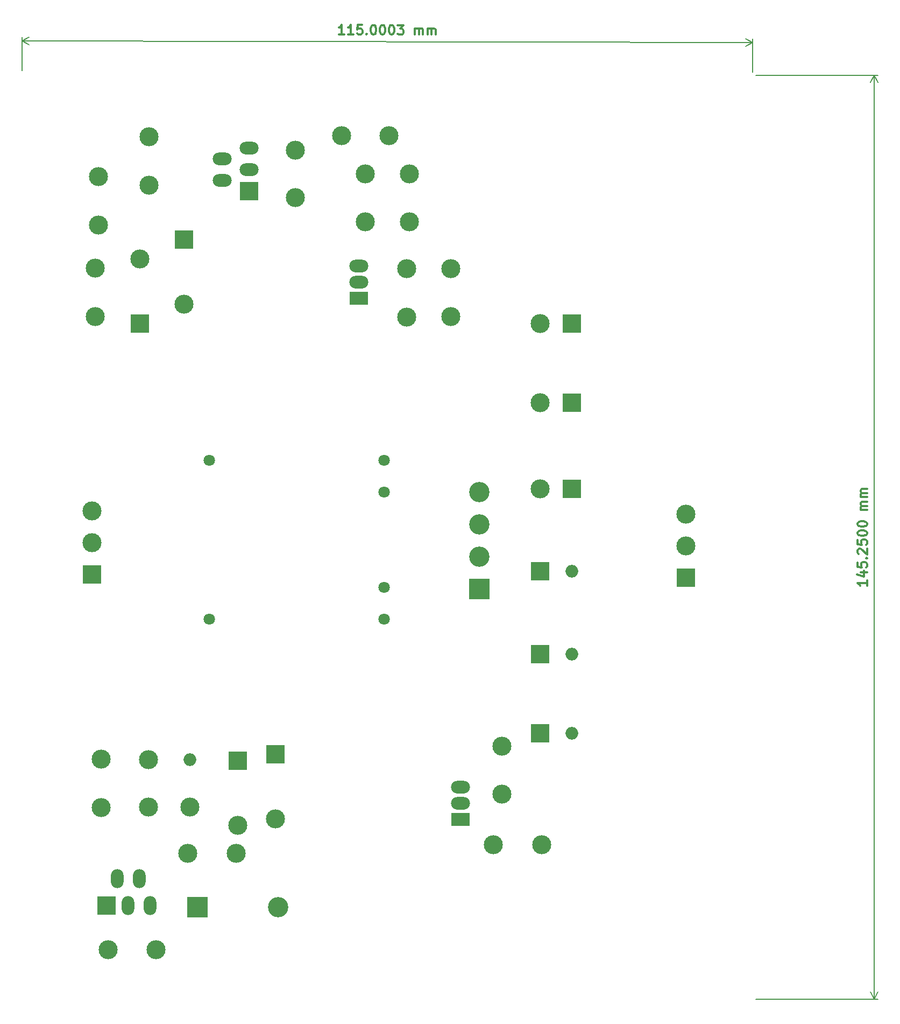
<source format=gbr>
%TF.GenerationSoftware,KiCad,Pcbnew,8.0.3*%
%TF.CreationDate,2025-01-03T10:39:23+05:30*%
%TF.ProjectId,DualPowerSupply5,4475616c-506f-4776-9572-537570706c79,rev?*%
%TF.SameCoordinates,Original*%
%TF.FileFunction,Copper,L1,Top*%
%TF.FilePolarity,Positive*%
%FSLAX46Y46*%
G04 Gerber Fmt 4.6, Leading zero omitted, Abs format (unit mm)*
G04 Created by KiCad (PCBNEW 8.0.3) date 2025-01-03 10:39:23*
%MOMM*%
%LPD*%
G01*
G04 APERTURE LIST*
%ADD10C,0.300000*%
%TA.AperFunction,NonConductor*%
%ADD11C,0.300000*%
%TD*%
%TA.AperFunction,NonConductor*%
%ADD12C,0.200000*%
%TD*%
%TA.AperFunction,ComponentPad*%
%ADD13R,3.000000X3.000000*%
%TD*%
%TA.AperFunction,ComponentPad*%
%ADD14O,2.000000X2.000000*%
%TD*%
%TA.AperFunction,ComponentPad*%
%ADD15R,3.000000X2.000000*%
%TD*%
%TA.AperFunction,ComponentPad*%
%ADD16O,3.000000X2.000000*%
%TD*%
%TA.AperFunction,ComponentPad*%
%ADD17O,3.000000X3.000000*%
%TD*%
%TA.AperFunction,ComponentPad*%
%ADD18C,1.803400*%
%TD*%
%TA.AperFunction,ComponentPad*%
%ADD19O,2.000000X3.000000*%
%TD*%
%TA.AperFunction,ComponentPad*%
%ADD20C,3.000000*%
%TD*%
%TA.AperFunction,ComponentPad*%
%ADD21R,3.200000X3.200000*%
%TD*%
%TA.AperFunction,ComponentPad*%
%ADD22O,3.200000X3.200000*%
%TD*%
%TA.AperFunction,ComponentPad*%
%ADD23C,3.200000*%
%TD*%
G04 APERTURE END LIST*
D10*
D11*
X75227959Y-20078338D02*
X74370818Y-20076475D01*
X74799389Y-20077406D02*
X74802649Y-18577410D01*
X74802649Y-18577410D02*
X74659327Y-18791384D01*
X74659327Y-18791384D02*
X74516159Y-18933931D01*
X74516159Y-18933931D02*
X74373147Y-19005049D01*
X76656527Y-20081444D02*
X75799386Y-20079580D01*
X76227956Y-20080512D02*
X76231217Y-18580515D01*
X76231217Y-18580515D02*
X76087894Y-18794490D01*
X76087894Y-18794490D02*
X75944727Y-18937036D01*
X75944727Y-18937036D02*
X75801715Y-19008154D01*
X78016927Y-18584397D02*
X77302643Y-18582845D01*
X77302643Y-18582845D02*
X77229662Y-19296973D01*
X77229662Y-19296973D02*
X77301245Y-19225700D01*
X77301245Y-19225700D02*
X77444257Y-19154582D01*
X77444257Y-19154582D02*
X77801399Y-19155359D01*
X77801399Y-19155359D02*
X77944101Y-19227098D01*
X77944101Y-19227098D02*
X78015374Y-19298681D01*
X78015374Y-19298681D02*
X78086492Y-19441693D01*
X78086492Y-19441693D02*
X78085715Y-19798836D01*
X78085715Y-19798836D02*
X78013976Y-19941537D01*
X78013976Y-19941537D02*
X77942393Y-20012810D01*
X77942393Y-20012810D02*
X77799381Y-20083928D01*
X77799381Y-20083928D02*
X77442239Y-20083152D01*
X77442239Y-20083152D02*
X77299537Y-20011413D01*
X77299537Y-20011413D02*
X77228264Y-19939829D01*
X78728260Y-19943090D02*
X78799533Y-20014674D01*
X78799533Y-20014674D02*
X78727949Y-20085947D01*
X78727949Y-20085947D02*
X78656676Y-20014363D01*
X78656676Y-20014363D02*
X78728260Y-19943090D01*
X78728260Y-19943090D02*
X78727949Y-20085947D01*
X79731208Y-18588124D02*
X79874065Y-18588435D01*
X79874065Y-18588435D02*
X80016767Y-18660174D01*
X80016767Y-18660174D02*
X80088040Y-18731757D01*
X80088040Y-18731757D02*
X80159158Y-18874769D01*
X80159158Y-18874769D02*
X80229965Y-19160638D01*
X80229965Y-19160638D02*
X80229188Y-19517780D01*
X80229188Y-19517780D02*
X80157139Y-19803339D01*
X80157139Y-19803339D02*
X80085400Y-19946040D01*
X80085400Y-19946040D02*
X80013816Y-20017313D01*
X80013816Y-20017313D02*
X79870804Y-20088431D01*
X79870804Y-20088431D02*
X79727947Y-20088121D01*
X79727947Y-20088121D02*
X79585246Y-20016382D01*
X79585246Y-20016382D02*
X79513973Y-19944798D01*
X79513973Y-19944798D02*
X79442855Y-19801786D01*
X79442855Y-19801786D02*
X79372048Y-19515917D01*
X79372048Y-19515917D02*
X79372824Y-19158775D01*
X79372824Y-19158775D02*
X79444874Y-18873217D01*
X79444874Y-18873217D02*
X79516613Y-18730515D01*
X79516613Y-18730515D02*
X79588196Y-18659242D01*
X79588196Y-18659242D02*
X79731208Y-18588124D01*
X81159776Y-18591230D02*
X81302633Y-18591540D01*
X81302633Y-18591540D02*
X81445334Y-18663279D01*
X81445334Y-18663279D02*
X81516607Y-18734863D01*
X81516607Y-18734863D02*
X81587725Y-18877875D01*
X81587725Y-18877875D02*
X81658532Y-19163744D01*
X81658532Y-19163744D02*
X81657756Y-19520886D01*
X81657756Y-19520886D02*
X81585707Y-19806444D01*
X81585707Y-19806444D02*
X81513968Y-19949146D01*
X81513968Y-19949146D02*
X81442384Y-20020419D01*
X81442384Y-20020419D02*
X81299372Y-20091537D01*
X81299372Y-20091537D02*
X81156515Y-20091226D01*
X81156515Y-20091226D02*
X81013814Y-20019487D01*
X81013814Y-20019487D02*
X80942540Y-19947903D01*
X80942540Y-19947903D02*
X80871423Y-19804891D01*
X80871423Y-19804891D02*
X80800615Y-19519023D01*
X80800615Y-19519023D02*
X80801392Y-19161880D01*
X80801392Y-19161880D02*
X80873441Y-18876322D01*
X80873441Y-18876322D02*
X80945180Y-18733621D01*
X80945180Y-18733621D02*
X81016764Y-18662348D01*
X81016764Y-18662348D02*
X81159776Y-18591230D01*
X82588344Y-18594335D02*
X82731200Y-18594646D01*
X82731200Y-18594646D02*
X82873902Y-18666385D01*
X82873902Y-18666385D02*
X82945175Y-18737968D01*
X82945175Y-18737968D02*
X83016293Y-18880981D01*
X83016293Y-18880981D02*
X83087100Y-19166849D01*
X83087100Y-19166849D02*
X83086324Y-19523991D01*
X83086324Y-19523991D02*
X83014274Y-19809550D01*
X83014274Y-19809550D02*
X82942535Y-19952251D01*
X82942535Y-19952251D02*
X82870952Y-20023524D01*
X82870952Y-20023524D02*
X82727939Y-20094642D01*
X82727939Y-20094642D02*
X82585083Y-20094332D01*
X82585083Y-20094332D02*
X82442381Y-20022593D01*
X82442381Y-20022593D02*
X82371108Y-19951009D01*
X82371108Y-19951009D02*
X82299990Y-19807997D01*
X82299990Y-19807997D02*
X82229183Y-19522128D01*
X82229183Y-19522128D02*
X82229959Y-19164986D01*
X82229959Y-19164986D02*
X82302009Y-18879428D01*
X82302009Y-18879428D02*
X82373748Y-18736726D01*
X82373748Y-18736726D02*
X82445331Y-18665453D01*
X82445331Y-18665453D02*
X82588344Y-18594335D01*
X83588341Y-18596509D02*
X84516910Y-18598528D01*
X84516910Y-18598528D02*
X84015669Y-19168868D01*
X84015669Y-19168868D02*
X84229954Y-19169334D01*
X84229954Y-19169334D02*
X84372656Y-19241073D01*
X84372656Y-19241073D02*
X84443929Y-19312657D01*
X84443929Y-19312657D02*
X84515047Y-19455669D01*
X84515047Y-19455669D02*
X84514270Y-19812811D01*
X84514270Y-19812811D02*
X84442531Y-19955512D01*
X84442531Y-19955512D02*
X84370948Y-20026785D01*
X84370948Y-20026785D02*
X84227936Y-20097903D01*
X84227936Y-20097903D02*
X83799365Y-20096971D01*
X83799365Y-20096971D02*
X83656664Y-20025232D01*
X83656664Y-20025232D02*
X83585390Y-19953649D01*
X86299359Y-20102406D02*
X86301533Y-19102409D01*
X86301222Y-19245265D02*
X86372806Y-19173992D01*
X86372806Y-19173992D02*
X86515818Y-19102874D01*
X86515818Y-19102874D02*
X86730103Y-19103340D01*
X86730103Y-19103340D02*
X86872804Y-19175079D01*
X86872804Y-19175079D02*
X86943922Y-19318091D01*
X86943922Y-19318091D02*
X86942214Y-20103804D01*
X86943922Y-19318091D02*
X87015661Y-19175390D01*
X87015661Y-19175390D02*
X87158673Y-19104272D01*
X87158673Y-19104272D02*
X87372959Y-19104738D01*
X87372959Y-19104738D02*
X87515660Y-19176477D01*
X87515660Y-19176477D02*
X87586778Y-19319489D01*
X87586778Y-19319489D02*
X87585070Y-20105201D01*
X88299354Y-20106754D02*
X88301528Y-19106756D01*
X88301217Y-19249613D02*
X88372801Y-19178340D01*
X88372801Y-19178340D02*
X88515813Y-19107222D01*
X88515813Y-19107222D02*
X88730098Y-19107688D01*
X88730098Y-19107688D02*
X88872800Y-19179427D01*
X88872800Y-19179427D02*
X88943918Y-19322439D01*
X88943918Y-19322439D02*
X88942210Y-20108152D01*
X88943918Y-19322439D02*
X89015657Y-19179738D01*
X89015657Y-19179738D02*
X89158669Y-19108620D01*
X89158669Y-19108620D02*
X89372954Y-19109086D01*
X89372954Y-19109086D02*
X89515655Y-19180825D01*
X89515655Y-19180825D02*
X89586773Y-19323837D01*
X89586773Y-19323837D02*
X89585065Y-20109549D01*
D12*
X24501087Y-25750001D02*
X24512493Y-20503340D01*
X139501087Y-26000001D02*
X139512493Y-20753340D01*
X24511218Y-21089759D02*
X139511218Y-21339759D01*
X24511218Y-21089759D02*
X139511218Y-21339759D01*
X24511218Y-21089759D02*
X25638994Y-20505789D01*
X24511218Y-21089759D02*
X25636444Y-21678627D01*
X139511218Y-21339759D02*
X138383442Y-21923729D01*
X139511218Y-21339759D02*
X138385992Y-20750891D01*
D10*
D11*
X157478328Y-105910712D02*
X157478328Y-106767855D01*
X157478328Y-106339284D02*
X155978328Y-106339284D01*
X155978328Y-106339284D02*
X156192614Y-106482141D01*
X156192614Y-106482141D02*
X156335471Y-106624998D01*
X156335471Y-106624998D02*
X156406900Y-106767855D01*
X156478328Y-104624999D02*
X157478328Y-104624999D01*
X155906900Y-104982141D02*
X156978328Y-105339284D01*
X156978328Y-105339284D02*
X156978328Y-104410713D01*
X155978328Y-103124999D02*
X155978328Y-103839285D01*
X155978328Y-103839285D02*
X156692614Y-103910713D01*
X156692614Y-103910713D02*
X156621185Y-103839285D01*
X156621185Y-103839285D02*
X156549757Y-103696428D01*
X156549757Y-103696428D02*
X156549757Y-103339285D01*
X156549757Y-103339285D02*
X156621185Y-103196428D01*
X156621185Y-103196428D02*
X156692614Y-103124999D01*
X156692614Y-103124999D02*
X156835471Y-103053570D01*
X156835471Y-103053570D02*
X157192614Y-103053570D01*
X157192614Y-103053570D02*
X157335471Y-103124999D01*
X157335471Y-103124999D02*
X157406900Y-103196428D01*
X157406900Y-103196428D02*
X157478328Y-103339285D01*
X157478328Y-103339285D02*
X157478328Y-103696428D01*
X157478328Y-103696428D02*
X157406900Y-103839285D01*
X157406900Y-103839285D02*
X157335471Y-103910713D01*
X157335471Y-102410714D02*
X157406900Y-102339285D01*
X157406900Y-102339285D02*
X157478328Y-102410714D01*
X157478328Y-102410714D02*
X157406900Y-102482142D01*
X157406900Y-102482142D02*
X157335471Y-102410714D01*
X157335471Y-102410714D02*
X157478328Y-102410714D01*
X156121185Y-101767856D02*
X156049757Y-101696428D01*
X156049757Y-101696428D02*
X155978328Y-101553571D01*
X155978328Y-101553571D02*
X155978328Y-101196428D01*
X155978328Y-101196428D02*
X156049757Y-101053571D01*
X156049757Y-101053571D02*
X156121185Y-100982142D01*
X156121185Y-100982142D02*
X156264042Y-100910713D01*
X156264042Y-100910713D02*
X156406900Y-100910713D01*
X156406900Y-100910713D02*
X156621185Y-100982142D01*
X156621185Y-100982142D02*
X157478328Y-101839285D01*
X157478328Y-101839285D02*
X157478328Y-100910713D01*
X155978328Y-99553571D02*
X155978328Y-100267857D01*
X155978328Y-100267857D02*
X156692614Y-100339285D01*
X156692614Y-100339285D02*
X156621185Y-100267857D01*
X156621185Y-100267857D02*
X156549757Y-100125000D01*
X156549757Y-100125000D02*
X156549757Y-99767857D01*
X156549757Y-99767857D02*
X156621185Y-99625000D01*
X156621185Y-99625000D02*
X156692614Y-99553571D01*
X156692614Y-99553571D02*
X156835471Y-99482142D01*
X156835471Y-99482142D02*
X157192614Y-99482142D01*
X157192614Y-99482142D02*
X157335471Y-99553571D01*
X157335471Y-99553571D02*
X157406900Y-99625000D01*
X157406900Y-99625000D02*
X157478328Y-99767857D01*
X157478328Y-99767857D02*
X157478328Y-100125000D01*
X157478328Y-100125000D02*
X157406900Y-100267857D01*
X157406900Y-100267857D02*
X157335471Y-100339285D01*
X155978328Y-98553571D02*
X155978328Y-98410714D01*
X155978328Y-98410714D02*
X156049757Y-98267857D01*
X156049757Y-98267857D02*
X156121185Y-98196429D01*
X156121185Y-98196429D02*
X156264042Y-98125000D01*
X156264042Y-98125000D02*
X156549757Y-98053571D01*
X156549757Y-98053571D02*
X156906900Y-98053571D01*
X156906900Y-98053571D02*
X157192614Y-98125000D01*
X157192614Y-98125000D02*
X157335471Y-98196429D01*
X157335471Y-98196429D02*
X157406900Y-98267857D01*
X157406900Y-98267857D02*
X157478328Y-98410714D01*
X157478328Y-98410714D02*
X157478328Y-98553571D01*
X157478328Y-98553571D02*
X157406900Y-98696429D01*
X157406900Y-98696429D02*
X157335471Y-98767857D01*
X157335471Y-98767857D02*
X157192614Y-98839286D01*
X157192614Y-98839286D02*
X156906900Y-98910714D01*
X156906900Y-98910714D02*
X156549757Y-98910714D01*
X156549757Y-98910714D02*
X156264042Y-98839286D01*
X156264042Y-98839286D02*
X156121185Y-98767857D01*
X156121185Y-98767857D02*
X156049757Y-98696429D01*
X156049757Y-98696429D02*
X155978328Y-98553571D01*
X155978328Y-97125000D02*
X155978328Y-96982143D01*
X155978328Y-96982143D02*
X156049757Y-96839286D01*
X156049757Y-96839286D02*
X156121185Y-96767858D01*
X156121185Y-96767858D02*
X156264042Y-96696429D01*
X156264042Y-96696429D02*
X156549757Y-96625000D01*
X156549757Y-96625000D02*
X156906900Y-96625000D01*
X156906900Y-96625000D02*
X157192614Y-96696429D01*
X157192614Y-96696429D02*
X157335471Y-96767858D01*
X157335471Y-96767858D02*
X157406900Y-96839286D01*
X157406900Y-96839286D02*
X157478328Y-96982143D01*
X157478328Y-96982143D02*
X157478328Y-97125000D01*
X157478328Y-97125000D02*
X157406900Y-97267858D01*
X157406900Y-97267858D02*
X157335471Y-97339286D01*
X157335471Y-97339286D02*
X157192614Y-97410715D01*
X157192614Y-97410715D02*
X156906900Y-97482143D01*
X156906900Y-97482143D02*
X156549757Y-97482143D01*
X156549757Y-97482143D02*
X156264042Y-97410715D01*
X156264042Y-97410715D02*
X156121185Y-97339286D01*
X156121185Y-97339286D02*
X156049757Y-97267858D01*
X156049757Y-97267858D02*
X155978328Y-97125000D01*
X157478328Y-94839287D02*
X156478328Y-94839287D01*
X156621185Y-94839287D02*
X156549757Y-94767858D01*
X156549757Y-94767858D02*
X156478328Y-94625001D01*
X156478328Y-94625001D02*
X156478328Y-94410715D01*
X156478328Y-94410715D02*
X156549757Y-94267858D01*
X156549757Y-94267858D02*
X156692614Y-94196430D01*
X156692614Y-94196430D02*
X157478328Y-94196430D01*
X156692614Y-94196430D02*
X156549757Y-94125001D01*
X156549757Y-94125001D02*
X156478328Y-93982144D01*
X156478328Y-93982144D02*
X156478328Y-93767858D01*
X156478328Y-93767858D02*
X156549757Y-93625001D01*
X156549757Y-93625001D02*
X156692614Y-93553572D01*
X156692614Y-93553572D02*
X157478328Y-93553572D01*
X157478328Y-92839287D02*
X156478328Y-92839287D01*
X156621185Y-92839287D02*
X156549757Y-92767858D01*
X156549757Y-92767858D02*
X156478328Y-92625001D01*
X156478328Y-92625001D02*
X156478328Y-92410715D01*
X156478328Y-92410715D02*
X156549757Y-92267858D01*
X156549757Y-92267858D02*
X156692614Y-92196430D01*
X156692614Y-92196430D02*
X157478328Y-92196430D01*
X156692614Y-92196430D02*
X156549757Y-92125001D01*
X156549757Y-92125001D02*
X156478328Y-91982144D01*
X156478328Y-91982144D02*
X156478328Y-91767858D01*
X156478328Y-91767858D02*
X156549757Y-91625001D01*
X156549757Y-91625001D02*
X156692614Y-91553572D01*
X156692614Y-91553572D02*
X157478328Y-91553572D01*
D12*
X140000000Y-26500000D02*
X159186420Y-26500000D01*
X140000000Y-171750000D02*
X159186420Y-171750000D01*
X158600000Y-26500000D02*
X158600000Y-171750000D01*
X158600000Y-26500000D02*
X158600000Y-171750000D01*
X158600000Y-26500000D02*
X159186421Y-27626504D01*
X158600000Y-26500000D02*
X158013579Y-27626504D01*
X158600000Y-171750000D02*
X158013579Y-170623496D01*
X158600000Y-171750000D02*
X159186421Y-170623496D01*
D13*
%TO.P,C1,1*%
%TO.N,Net-(D1-+)*%
X106000000Y-117500000D03*
D14*
%TO.P,C1,2*%
%TO.N,GND*%
X111000000Y-117500000D03*
%TD*%
D15*
%TO.P,U2,1,ADJ*%
%TO.N,Net-(D3-K)*%
X77500000Y-61540000D03*
D16*
%TO.P,U2,2,VI*%
%TO.N,Net-(D1--)*%
X77500000Y-59000000D03*
%TO.P,U2,3,VO*%
%TO.N,Net-(D3-A)*%
X77500000Y-56460000D03*
%TD*%
D13*
%TO.P,J1,1,Pin_1*%
%TO.N,Net-(IC3-OUT)*%
X129000000Y-105500000D03*
D17*
%TO.P,J1,2,Pin_2*%
%TO.N,GND*%
X129000000Y-100500000D03*
%TO.P,J1,3,Pin_3*%
%TO.N,Net-(IC4-OUT)*%
X129000000Y-95500000D03*
%TD*%
%TO.P,R1,1*%
%TO.N,Net-(D2-K)*%
X58225000Y-148835000D03*
%TO.P,R1,2*%
%TO.N,Net-(D2-A)*%
X50605000Y-148835000D03*
%TD*%
D18*
%TO.P,T2,1,1*%
%TO.N,Net-(J2-Pin_3)*%
X54000004Y-87000070D03*
%TO.P,T2,5,5*%
%TO.N,Net-(J2-Pin_1)*%
X54000004Y-112000010D03*
%TO.P,T2,6,6*%
%TO.N,Net-(D1-Pad2)*%
X81500000Y-112000000D03*
%TO.P,T2,7,7*%
%TO.N,GND*%
X81500000Y-107000000D03*
%TO.P,T2,9,9*%
X81500000Y-92000121D03*
%TO.P,T2,10,10*%
%TO.N,Net-(D1-Pad3)*%
X81500000Y-87000070D03*
%TD*%
D17*
%TO.P,C4,1*%
%TO.N,Net-(D2-A)*%
X50915000Y-141585000D03*
D14*
%TO.P,C4,2*%
%TO.N,GND*%
X50915000Y-134085000D03*
%TD*%
D13*
%TO.P,IC3,1,NC*%
%TO.N,unconnected-(IC3-NC-Pad1)*%
X37815000Y-157026000D03*
D19*
%TO.P,IC3,2,SET*%
%TO.N,Net-(IC3-SET)*%
X39515000Y-152835000D03*
%TO.P,IC3,3,OUT*%
%TO.N,Net-(IC3-OUT)*%
X41215000Y-157026000D03*
%TO.P,IC3,4,VCONTROL*%
%TO.N,Net-(D2-K)*%
X42915000Y-152835000D03*
%TO.P,IC3,5,IN*%
%TO.N,Net-(D6-K)*%
X44615000Y-157026000D03*
%TD*%
D13*
%TO.P,C8,1*%
%TO.N,GND*%
X111000000Y-91560000D03*
D17*
%TO.P,C8,2*%
%TO.N,Net-(D1--)*%
X106000000Y-91560000D03*
%TD*%
D13*
%TO.P,J2,1,Pin_1*%
%TO.N,Net-(J2-Pin_1)*%
X35500000Y-105000000D03*
D20*
%TO.P,J2,2,Pin_2*%
%TO.N,unconnected-(J2-Pin_2-Pad2)*%
X35500000Y-100000000D03*
%TO.P,J2,3,Pin_3*%
%TO.N,Net-(J2-Pin_3)*%
X35500000Y-95000000D03*
%TD*%
D13*
%TO.P,C6,1*%
%TO.N,GND*%
X111000000Y-78000000D03*
D17*
%TO.P,C6,2*%
%TO.N,Net-(D1--)*%
X106000000Y-78000000D03*
%TD*%
%TO.P,R4,1*%
%TO.N,Net-(D3-K)*%
X36000000Y-64420000D03*
%TO.P,R4,2*%
%TO.N,Net-(D3-A)*%
X36000000Y-56800000D03*
%TD*%
D15*
%TO.P,U1,1,ADJ*%
%TO.N,Net-(D2-A)*%
X93500000Y-143500000D03*
D16*
%TO.P,U1,2,VO*%
%TO.N,Net-(D2-K)*%
X93500000Y-140960000D03*
%TO.P,U1,3,VI*%
%TO.N,Net-(D1-+)*%
X93500000Y-138420000D03*
%TD*%
D17*
%TO.P,C16,1*%
%TO.N,GND*%
X78500000Y-49500000D03*
%TO.P,C16,2*%
%TO.N,Net-(D3-A)*%
X78500000Y-42000000D03*
%TD*%
%TO.P,R2,1*%
%TO.N,Net-(D2-A)*%
X98690000Y-147500000D03*
%TO.P,R2,2*%
%TO.N,GND*%
X106310000Y-147500000D03*
%TD*%
D13*
%TO.P,D2,1,K*%
%TO.N,Net-(D2-K)*%
X58415000Y-134255000D03*
D17*
%TO.P,D2,2,A*%
%TO.N,Net-(D2-A)*%
X58415000Y-144415000D03*
%TD*%
D13*
%TO.P,IC4,1,~{SHDN}*%
%TO.N,Net-(D3-A)*%
X60191000Y-44700000D03*
D16*
%TO.P,IC4,2,GND*%
%TO.N,GND*%
X56000000Y-43000000D03*
%TO.P,IC4,3,IN*%
%TO.N,Net-(D3-A)*%
X60191000Y-41300000D03*
%TO.P,IC4,4,SENSE/ADJ*%
%TO.N,Net-(IC4-SENSE{slash}ADJ)*%
X56000000Y-39600000D03*
%TO.P,IC4,5,OUT*%
%TO.N,Net-(IC4-OUT)*%
X60191000Y-37900000D03*
%TD*%
D13*
%TO.P,C7,1*%
%TO.N,GND*%
X111000000Y-65500000D03*
D17*
%TO.P,C7,2*%
%TO.N,Net-(D1--)*%
X106000000Y-65500000D03*
%TD*%
%TO.P,C10,1*%
%TO.N,GND*%
X85500000Y-42000000D03*
%TO.P,C10,2*%
%TO.N,Net-(D1--)*%
X85500000Y-49500000D03*
%TD*%
%TO.P,R9,1*%
%TO.N,Net-(IC4-SENSE{slash}ADJ)*%
X44500000Y-43810000D03*
%TO.P,R9,2*%
%TO.N,Net-(IC4-OUT)*%
X44500000Y-36190000D03*
%TD*%
D13*
%TO.P,C9,1*%
%TO.N,Net-(D1-+)*%
X106000000Y-104500000D03*
D14*
%TO.P,C9,2*%
%TO.N,GND*%
X111000000Y-104500000D03*
%TD*%
D17*
%TO.P,C15,1*%
%TO.N,GND*%
X74750000Y-36000000D03*
%TO.P,C15,2*%
%TO.N,Net-(IC4-OUT)*%
X82250000Y-36000000D03*
%TD*%
D13*
%TO.P,D3,1,K*%
%TO.N,Net-(D3-K)*%
X43000000Y-65500000D03*
D17*
%TO.P,D3,2,A*%
%TO.N,Net-(D3-A)*%
X43000000Y-55340000D03*
%TD*%
%TO.P,R7,1*%
%TO.N,Net-(IC3-SET)*%
X36915000Y-141645000D03*
%TO.P,R7,2*%
%TO.N,GND*%
X36915000Y-134025000D03*
%TD*%
D13*
%TO.P,D4,1,K*%
%TO.N,Net-(D3-A)*%
X50000000Y-52340000D03*
D17*
%TO.P,D4,2,A*%
%TO.N,Net-(D1--)*%
X50000000Y-62500000D03*
%TD*%
%TO.P,R8,1*%
%TO.N,GND*%
X36500000Y-50000000D03*
%TO.P,R8,2*%
%TO.N,Net-(IC4-SENSE{slash}ADJ)*%
X36500000Y-42380000D03*
%TD*%
%TO.P,C12,1*%
%TO.N,Net-(D2-K)*%
X44415000Y-141585000D03*
%TO.P,C12,2*%
%TO.N,GND*%
X44415000Y-134085000D03*
%TD*%
D13*
%TO.P,D5,1,K*%
%TO.N,Net-(D1-+)*%
X64415000Y-133255000D03*
D17*
%TO.P,D5,2,A*%
%TO.N,Net-(D2-K)*%
X64415000Y-143415000D03*
%TD*%
%TO.P,R3,1*%
%TO.N,GND*%
X85000000Y-56880000D03*
%TO.P,R3,2*%
%TO.N,Net-(D3-K)*%
X85000000Y-64500000D03*
%TD*%
D13*
%TO.P,C2,1*%
%TO.N,Net-(D1-+)*%
X106000000Y-130000000D03*
D14*
%TO.P,C2,2*%
%TO.N,GND*%
X111000000Y-130000000D03*
%TD*%
D17*
%TO.P,C11,1*%
%TO.N,GND*%
X92000000Y-56940000D03*
%TO.P,C11,2*%
%TO.N,Net-(D3-K)*%
X92000000Y-64440000D03*
%TD*%
%TO.P,C14,1*%
%TO.N,Net-(IC3-OUT)*%
X45560000Y-164000000D03*
%TO.P,C14,2*%
%TO.N,GND*%
X38060000Y-164000000D03*
%TD*%
%TO.P,C3,1*%
%TO.N,Net-(D1-+)*%
X100000000Y-132000000D03*
%TO.P,C3,2*%
%TO.N,GND*%
X100000000Y-139500000D03*
%TD*%
%TO.P,C13,1*%
%TO.N,GND*%
X67500000Y-45750000D03*
%TO.P,C13,2*%
%TO.N,Net-(D3-A)*%
X67500000Y-38250000D03*
%TD*%
D21*
%TO.P,D6,1,K*%
%TO.N,Net-(D6-K)*%
X52065000Y-157335000D03*
D22*
%TO.P,D6,2,A*%
%TO.N,Net-(D2-K)*%
X64765000Y-157335000D03*
%TD*%
D21*
%TO.P,D1,1,+*%
%TO.N,Net-(D1-+)*%
X96500000Y-107240000D03*
D23*
%TO.P,D1,2*%
%TO.N,Net-(D1-Pad2)*%
X96500000Y-102160000D03*
%TO.P,D1,3*%
%TO.N,Net-(D1-Pad3)*%
X96500000Y-97080000D03*
%TO.P,D1,4,-*%
%TO.N,Net-(D1--)*%
X96500000Y-92000000D03*
%TD*%
M02*

</source>
